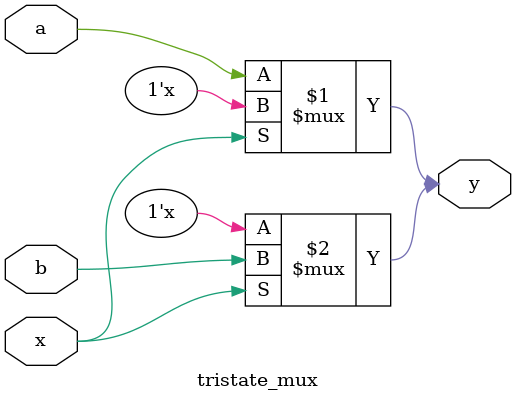
<source format=v>
module tristate_mux(
    input a, b, x,
    output y
);
    // x is the select line that is connected to the enable of the tri-state buffer
    bufif0(y, a, x); // active-low tri-state buffer connected to output (Y)
    bufif1(y, b, x); // active-high tri-state buffer connected to ouput (Y)

endmodule
</source>
